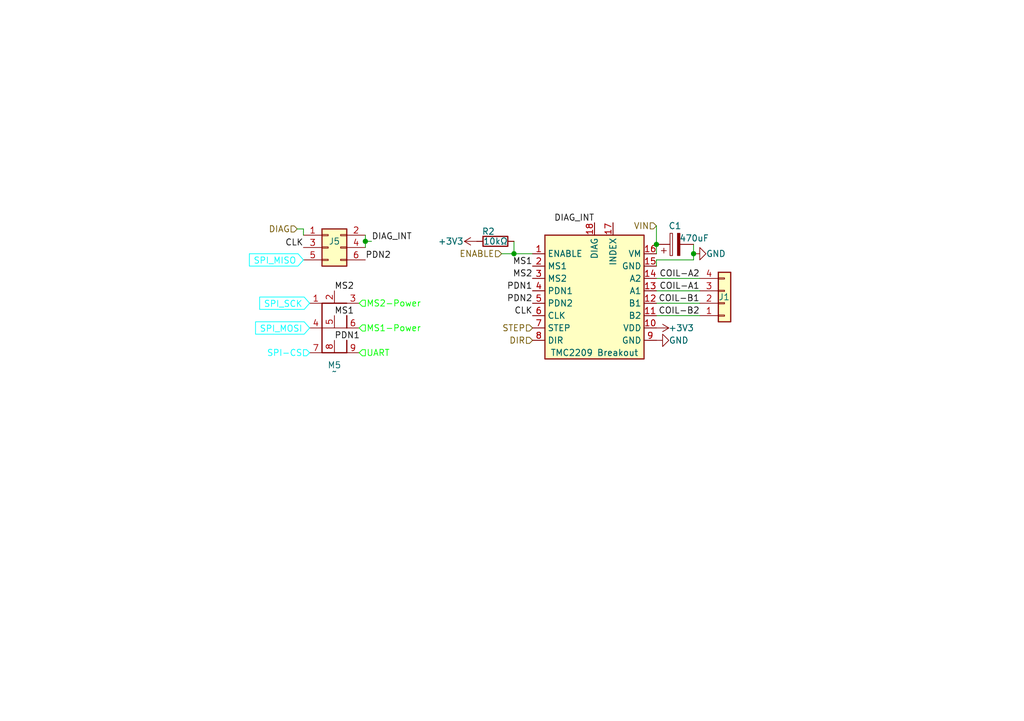
<source format=kicad_sch>
(kicad_sch (version 20250114) (generator "eeschema") (generator_version "9.0")
  (paper "A5")
  (title_block (title "Nyoomies KME V4 (Klipper Motor Expansion)") (date "2024-04-01") (rev "4.3") (company "Pera @ https://transfur.science/f191") (comment 1 "CERN OHL v2 - S") (comment 3 "https://github.com/comradef191/NyoomiesKME"))
  (lib_symbols
    (symbol "Connector_Generic:Conn_01x04" (pin_names (offset 1.016) (hide yes))
      (property "Reference" "J" (at 0 5.08 0))
      (property "Value" "Conn_01x04" (at 0 -7.62 0))
      (symbol "Conn_01x04_1_1"
        (rectangle (start -1.27 3.81) (end 1.27 -6.35) (stroke (width 0.254)) (fill (type background)))
        (rectangle (start -1.27 2.667) (end 0 2.413) (stroke (width 0.1524)))
        (rectangle (start -1.27 0.127) (end 0 -0.127) (stroke (width 0.1524)))
        (rectangle (start -1.27 -2.413) (end 0 -2.667) (stroke (width 0.1524)))
        (rectangle (start -1.27 -4.953) (end 0 -5.207) (stroke (width 0.1524)))
        (pin passive line (at -5.08 2.54 0) (length 3.81) (name "Pin_1") (number "1"))
        (pin passive line (at -5.08 0 0) (length 3.81) (name "Pin_2") (number "2"))
        (pin passive line (at -5.08 -2.54 0) (length 3.81) (name "Pin_3") (number "3"))
        (pin passive line (at -5.08 -5.08 0) (length 3.81) (name "Pin_4") (number "4"))
      )
    )
    (symbol "Connector_Generic:Conn_02x03_Odd_Even" (pin_names (offset 1.016) (hide yes))
      (property "Reference" "J" (at 1.27 5.08 0))
      (property "Value" "Conn_02x03_Odd_Even" (at 1.27 -5.08 0))
      (symbol "Conn_02x03_Odd_Even_1_1"
        (rectangle (start -1.27 3.81) (end 3.81 -3.81) (stroke (width 0.254)) (fill (type background)))
        (rectangle (start -1.27 2.667) (end 0 2.413) (stroke (width 0.1524)))
        (rectangle (start -1.27 0.127) (end 0 -0.127) (stroke (width 0.1524)))
        (rectangle (start -1.27 -2.413) (end 0 -2.667) (stroke (width 0.1524)))
        (rectangle (start 3.81 2.667) (end 2.54 2.413) (stroke (width 0.1524)))
        (rectangle (start 3.81 0.127) (end 2.54 -0.127) (stroke (width 0.1524)))
        (rectangle (start 3.81 -2.413) (end 2.54 -2.667) (stroke (width 0.1524)))
        (pin passive line (at -5.08 2.54 0) (length 3.81) (name "Pin_1") (number "1"))
        (pin passive line (at -5.08 0 0) (length 3.81) (name "Pin_3") (number "3"))
        (pin passive line (at -5.08 -2.54 0) (length 3.81) (name "Pin_5") (number "5"))
        (pin passive line (at 7.62 2.54 180) (length 3.81) (name "Pin_2") (number "2"))
        (pin passive line (at 7.62 0 180) (length 3.81) (name "Pin_4") (number "4"))
        (pin passive line (at 7.62 -2.54 180) (length 3.81) (name "Pin_6") (number "6"))
      )
    )
    (symbol "CustomSymbols:3x9_Pin_Connector"
      (property "Reference" "M" (at 0 0 0))
      (symbol "3x9_Pin_Connector_0_1"
        (polyline (pts (xy -2.54 6.35) (xy 2.54 6.35)))
      )
      (symbol "3x9_Pin_Connector_1_1"
        (polyline (pts (xy 2.54 6.35) (xy 2.54 8.89)) (stroke (width 0.254)))
        (polyline (pts (xy 2.54 1.27) (xy 2.54 3.81)) (stroke (width 0.254)))
        (polyline (pts (xy 2.54 1.27) (xy -2.54 1.27) (xy -2.54 11.43) (xy 2.54 11.43)) (stroke (width 0.254)))
        (pin bidirectional line (at -5.08 11.43 0) (length 2.54) (name "") (number "1"))
        (pin bidirectional line (at -5.08 6.35 0) (length 2.54) (name "") (number "4"))
        (pin bidirectional line (at -5.08 1.27 0) (length 2.54) (name "") (number "7"))
        (pin bidirectional line (at 0 13.97 270) (length 2.54) (name "") (number "2"))
        (pin bidirectional line (at 0 8.89 270) (length 2.54) (name "") (number "5"))
        (pin bidirectional line (at 0 3.81 270) (length 2.54) (name "") (number "8"))
        (pin bidirectional line (at 5.08 11.43 180) (length 2.54) (name "") (number "3"))
        (pin bidirectional line (at 5.08 6.35 180) (length 2.54) (name "") (number "6"))
        (pin bidirectional line (at 5.08 1.27 180) (length 2.54) (name "") (number "9"))
      )
    )
    (symbol "CustomSymbols:TMC2209 StepStick Breakout"
      (property "Reference" "M" (at 1.27 -3.81 0))
      (property "Value" "TMC2209 Breakout" (at 11.43 -7.62 0))
      (symbol "TMC2209 StepStick Breakout_0_1"
        (rectangle (start -7.62 16.51) (end 12.7 -8.89) (stroke (width 0.254)) (fill (type background)))
      )
      (symbol "TMC2209 StepStick Breakout_1_1"
        (pin input line (at -10.16 12.7 0) (length 2.54) (name "ENABLE") (number "1"))
        (pin input line (at -10.16 10.16 0) (length 2.54) (name "MS1") (number "2"))
        (pin input line (at -10.16 7.62 0) (length 2.54) (name "MS2") (number "3"))
        (pin output line (at -10.16 5.08 0) (length 2.54) (name "PDN1") (number "4"))
        (pin output line (at -10.16 2.54 0) (length 2.54) (name "PDN2") (number "5"))
        (pin input line (at -10.16 0 0) (length 2.54) (name "CLK") (number "6"))
        (pin input line (at -10.16 -2.54 0) (length 2.54) (name "STEP") (number "7"))
        (pin input line (at -10.16 -5.08 0) (length 2.54) (name "DIR") (number "8"))
        (pin output line (at 2.54 19.05 270) (length 2.54) (name "DIAG") (number "18"))
        (pin input line (at 6.35 19.05 270) (length 2.54) (name "INDEX") (number "17"))
        (pin input line (at 15.24 12.7 180) (length 2.54) (name "VM") (number "16"))
        (pin input line (at 15.24 10.16 180) (length 2.54) (name "GND") (number "15"))
        (pin output line (at 15.24 7.62 180) (length 2.54) (name "A2") (number "14"))
        (pin output line (at 15.24 5.08 180) (length 2.54) (name "A1") (number "13"))
        (pin output line (at 15.24 2.54 180) (length 2.54) (name "B1") (number "12"))
        (pin output line (at 15.24 0 180) (length 2.54) (name "B2") (number "11"))
        (pin input line (at 15.24 -2.54 180) (length 2.54) (name "VDD") (number "10"))
        (pin input line (at 15.24 -5.08 180) (length 2.54) (name "GND") (number "9"))
      )
    )
    (symbol "Device:C_Polarized" (pin_numbers (hide yes)) (pin_names (offset 0.254))
      (property "Reference" "C" (at 0.635 2.54 0))
      (property "Value" "C_Polarized" (at 0.635 -2.54 0))
      (symbol "C_Polarized_0_1"
        (rectangle (start -2.286 0.508) (end 2.286 1.016))
        (polyline (pts (xy -1.778 2.286) (xy -0.762 2.286)))
        (polyline (pts (xy -1.27 2.794) (xy -1.27 1.778)))
        (rectangle (start 2.286 -0.508) (end -2.286 -1.016) (fill (type outline)))
      )
      (symbol "C_Polarized_1_1"
        (pin passive line (at 0 3.81 270) (length 2.794) (name "~") (number "1"))
        (pin passive line (at 0 -3.81 90) (length 2.794) (name "~") (number "2"))
      )
    )
    (symbol "Device:R" (pin_numbers (hide yes)) (pin_names (offset 0))
      (property "Reference" "R" (at 2.032 0 90))
      (property "Value" "R" (at 0 0 90))
      (symbol "R_0_1"
        (rectangle (start -1.016 -2.54) (end 1.016 2.54) (stroke (width 0.254)))
      )
      (symbol "R_1_1"
        (pin passive line (at 0 3.81 270) (length 1.27) (name "~") (number "1"))
        (pin passive line (at 0 -3.81 90) (length 1.27) (name "~") (number "2"))
      )
    )
    (symbol "power:+3V3" (power) (pin_names (offset 0))
      (property "Value" "+3V3" (at 0 3.556 0))
      (symbol "+3V3_0_1"
        (polyline (pts (xy -0.762 1.27) (xy 0 2.54)))
        (polyline (pts (xy 0 2.54) (xy 0.762 1.27)))
        (polyline (pts (xy 0 0) (xy 0 2.54)))
      )
      (symbol "+3V3_1_1"
        (pin power_in line (at 0 0 90) (length 0) (hide yes) (name "+3V3") (number "1"))
      )
    )
    (symbol "power:GND" (power) (pin_names (offset 0))
      (property "Value" "GND" (at 0 -3.81 0))
      (symbol "GND_0_1"
        (polyline (pts (xy 0 0) (xy 0 -1.27) (xy 1.27 -1.27) (xy 0 -2.54) (xy -1.27 -1.27) (xy 0 -1.27)))
      )
      (symbol "GND_1_1"
        (pin power_in line (at 0 0 270) (length 0) (hide yes) (name "GND") (number "1"))
      )
    )
  )
  (junction (at 74.93 49.53))
  (junction (at 134.62 50.165))
  (junction (at 105.41 52.07))
  (junction (at 142.24 52.07))
  (wire (pts (xy 142.24 52.07) (xy 142.24 53.34)))
  (wire (pts (xy 134.62 62.23) (xy 143.51 62.23)))
  (wire (pts (xy 74.93 48.26) (xy 74.93 49.53)))
  (wire (pts (xy 105.41 52.07) (xy 109.22 52.07)))
  (wire (pts (xy 74.93 49.53) (xy 74.93 50.8)))
  (wire (pts (xy 142.24 53.34) (xy 134.62 53.34)))
  (wire (pts (xy 142.24 50.165) (xy 142.24 52.07)))
  (wire (pts (xy 134.62 50.165) (xy 134.62 52.07)))
  (wire (pts (xy 134.62 46.355) (xy 134.62 50.165)))
  (wire (pts (xy 105.41 49.53) (xy 105.41 52.07)))
  (wire (pts (xy 76.2 49.53) (xy 74.93 49.53)))
  (wire (pts (xy 134.62 59.69) (xy 143.51 59.69)))
  (wire (pts (xy 134.62 57.15) (xy 143.51 57.15)))
  (wire (pts (xy 134.62 64.77) (xy 143.51 64.77)))
  (wire (pts (xy 60.96 46.99) (xy 62.23 46.99)))
  (wire (pts (xy 134.62 53.34) (xy 134.62 54.61)))
  (wire (pts (xy 62.23 46.99) (xy 62.23 48.26)))
  (wire (pts (xy 102.87 52.07) (xy 105.41 52.07)))
  (label "MS2" (at 109.22 57.15 180))
  (label "PDN1" (at 109.22 59.69 180))
  (label "COIL-B1" (at 143.51 62.23 180))
  (label "PDN2" (at 74.93 53.34 0))
  (label "COIL-A2" (at 143.51 57.15 180))
  (label "MS1" (at 68.58 64.77 0))
  (label "PDN1" (at 68.58 69.85 0))
  (label "MS2" (at 68.58 59.69 0))
  (label "COIL-A1" (at 143.51 59.69 180))
  (label "MS1" (at 109.22 54.61 180))
  (label "DIAG_INT" (at 76.2 49.53 0))
  (label "CLK" (at 62.23 50.8 180))
  (label "COIL-B2" (at 143.51 64.77 180))
  (label "DIAG_INT" (at 121.92 45.72 180))
  (label "PDN2" (at 109.22 62.23 180))
  (label "CLK" (at 109.22 64.77 180))
  (global_label "SPI_SCK" (shape input) (at 63.5 62.23 180) (property "Intersheetrefs" "${INTERSHEET_REFS}" (effects (hide yes))))
  (global_label "SPI_MOSI" (shape input) (at 63.5 67.31 180) (property "Intersheetrefs" "${INTERSHEET_REFS}" (effects (hide yes))))
  (global_label "SPI_MISO" (shape input) (at 62.23 53.34 180) (property "Intersheetrefs" "${INTERSHEET_REFS}" (effects (hide yes))))
  (hierarchical_label "VIN" (shape input) (at 134.62 46.355 180))
  (hierarchical_label "MS1-Power" (shape input) (at 73.66 67.31 0))
  (hierarchical_label "DIR" (shape input) (at 109.22 69.85 180))
  (hierarchical_label "ENABLE" (shape input) (at 102.87 52.07 180))
  (hierarchical_label "STEP" (shape input) (at 109.22 67.31 180))
  (hierarchical_label "MS2-Power" (shape input) (at 73.66 62.23 0))
  (hierarchical_label "DIAG" (shape input) (at 60.96 46.99 180))
  (hierarchical_label "UART" (shape input) (at 73.66 72.39 0))
  (hierarchical_label "SPI-CS" (shape input) (at 63.5 72.39 180))
  (symbol (lib_id "Connector_Generic:Conn_02x03_Odd_Even") (at 67.31 50.8 0) (unit 1)
    (property "Reference" "J5" (at 68.58 49.53 0))
    (property "Value" "Conn_02x03_Odd_Even" (effects (hide yes)))
    (property "Footprint" "Connector_PinHeader_2.54mm:PinHeader_2x03_P2.54mm_Vertical" (effects (hide yes)))
    (property "Description" "Generic connector, double row, 02x03, odd/even pin numbering scheme (row 1 odd numbers, row 2 even numbers), script generated (kicad-library-utils/schlib/autogen/connector/)" (effects (hide yes)))
    (instances (project "NyoomiesKME" (path "" (reference "J5") (unit 1)) (path "" (reference "J10") (unit 1)) (path "" (reference "J7") (unit 1)) (path "" (reference "J9") (unit 1))))
  )
  (symbol (lib_id "Connector_Generic:Conn_01x04") (at 148.59 62.23 0) (mirror x) (unit 1)
    (property "Reference" "J1" (at 147.32 60.96 0) (effects (justify left)))
    (property "Value" "Conn_01x04" (effects (hide yes)))
    (property "Footprint" "CustomFootprints:Combo JST-XH & MF3 01x04" (effects (hide yes)))
    (instances (project "NyoomiesKME" (path "" (reference "J1") (unit 1)) (path "" (reference "J4") (unit 1)) (path "" (reference "J2") (unit 1)) (path "" (reference "J3") (unit 1))))
  )
  (symbol (lib_id "Device:R") (at 101.6 49.53 270) (unit 1)
    (property "Reference" "R2" (at 98.806 47.498 90) (effects (justify left)))
    (property "Value" "10kΩ" (at 99.06 49.53 90) (effects (justify left)))
    (property "Footprint" "Resistor_THT:R_Axial_DIN0207_L6.3mm_D2.5mm_P10.16mm_Horizontal" (effects (hide yes)))
    (instances (project "NyoomiesKME" (path "" (reference "R2") (unit 1)) (path "" (reference "R5") (unit 1)) (path "" (reference "R3") (unit 1)) (path "" (reference "R4") (unit 1))) (project "NyoomiesXL" (path "" (reference "R9") (unit 1)) (path "" (reference "R13") (unit 1)) (path "" (reference "R18") (unit 1)) (path "" (reference "R12") (unit 1)) (path "" (reference "R8") (unit 1)) (path "" (reference "R14") (unit 1)) (path "" (reference "R5") (unit 1)) (path "" (reference "R6") (unit 1)) (path "" (reference "R11") (unit 1)) (path "" (reference "R19") (unit 1)) (path "" (reference "R7") (unit 1)) (path "" (reference "R10") (unit 1)) (path "" (reference "R16") (unit 1)) (path "" (reference "R17") (unit 1)) (path "" (reference "R15") (unit 1))))
  )
  (symbol (lib_id "power:GND") (at 134.62 69.85 90) (unit 1)
    (property "Reference" "#PWR050" (effects (hide yes)))
    (property "Value" "GND" (at 139.192 69.85 90))
    (instances (project "NyoomiesKME" (path "" (reference "#PWR050") (unit 1)) (path "" (reference "#PWR018") (unit 1)) (path "" (reference "#PWR010") (unit 1)) (path "" (reference "#PWR056") (unit 1))) (project "NyoomiesXL" (path "" (reference "#PWR021") (unit 1)) (path "" (reference "#PWR049") (unit 1)) (path "" (reference "#PWR079") (unit 1)) (path "" (reference "#PWR098") (unit 1)) (path "" (reference "#PWR064") (unit 1)) (path "" (reference "#PWR023") (unit 1)) (path "" (reference "#PWR084") (unit 1)) (path "" (reference "#PWR012") (unit 1)) (path "" (reference "#PWR010") (unit 1)) (path "" (reference "#PWR059") (unit 1)) (path "" (reference "#PWR0103") (unit 1)) (path "" (reference "#PWR018") (unit 1)) (path "" (reference "#PWR054") (unit 1)) (path "" (reference "#PWR094") (unit 1)) (path "" (reference "#PWR068") (unit 1)) (path "" (reference "#PWR089") (unit 1))) (project "PearBoard" (path "" (reference "#PWR011") (unit 1))) (project "PearBoard" (path "" (reference "#PWR030") (unit 1))) (project "CursedPiBoard" (path "" (reference "#PWR09") (unit 1))) (project "RP2040_minimal" (path "" (reference "#PWR011") (unit 1))))
  )
  (symbol (lib_id "power:GND") (at 142.24 52.07 90) (unit 1)
    (property "Reference" "#PWR051" (effects (hide yes)))
    (property "Value" "GND" (at 144.78 52.07 90) (effects (justify right)))
    (instances (project "NyoomiesKME" (path "" (reference "#PWR051") (unit 1)) (path "" (reference "#PWR032") (unit 1)) (path "" (reference "#PWR014") (unit 1)) (path "" (reference "#PWR057") (unit 1))) (project "NyoomiesXL" (path "" (reference "#PWR022") (unit 1)) (path "" (reference "#PWR051") (unit 1)) (path "" (reference "#PWR081") (unit 1)) (path "" (reference "#PWR0100") (unit 1)) (path "" (reference "#PWR066") (unit 1)) (path "" (reference "#PWR025") (unit 1)) (path "" (reference "#PWR086") (unit 1)) (path "" (reference "#PWR013") (unit 1)) (path "" (reference "#PWR015") (unit 1)) (path "" (reference "#PWR061") (unit 1)) (path "" (reference "#PWR0105") (unit 1)) (path "" (reference "#PWR020") (unit 1)) (path "" (reference "#PWR056") (unit 1)) (path "" (reference "#PWR096") (unit 1)) (path "" (reference "#PWR072") (unit 1)) (path "" (reference "#PWR091") (unit 1))))
  )
  (symbol (lib_id "Device:C_Polarized") (at 138.43 50.165 90) (unit 1)
    (property "Reference" "C1" (at 138.43 46.355 90))
    (property "Value" "470uF" (at 145.415 48.895 90) (effects (justify left)))
    (property "Footprint" "CustomFootprints:Cap ~ 12.5, 2.5mm-7.5mm pitch" (effects (hide yes)))
    (instances (project "NyoomiesKME" (path "" (reference "C1") (unit 1)) (path "" (reference "C4") (unit 1)) (path "" (reference "C2") (unit 1)) (path "" (reference "C3") (unit 1))) (project "NyoomiesXL" (path "" (reference "C3") (unit 1)) (path "" (reference "C5") (unit 1)) (path "" (reference "C9") (unit 1)) (path "" (reference "C14") (unit 1)) (path "" (reference "C8") (unit 1)) (path "" (reference "C4") (unit 1)) (path "" (reference "C10") (unit 1)) (path "" (reference "C1") (unit 1)) (path "" (reference "C2") (unit 1)) (path "" (reference "C7") (unit 1)) (path "" (reference "C15") (unit 1)) (path "" (reference "C3") (unit 1)) (path "" (reference "C6") (unit 1)) (path "" (reference "C12") (unit 1)) (path "" (reference "C13") (unit 1)) (path "" (reference "C11") (unit 1))))
  )
  (symbol (lib_id "CustomSymbols:TMC2209 StepStick Breakout") (at 119.38 64.77 0) (unit 1)
    (property "Reference" "M1" (effects (hide yes)))
    (property "Value" "TMC2209 Breakout" (at 121.92 72.39 0))
    (property "Footprint" "CustomFootprints:TMC2209 Footprint" (effects (hide yes)))
    (instances (project "NyoomiesKME" (path "" (reference "M1") (unit 1)) (path "" (reference "M4") (unit 1)) (path "" (reference "M2") (unit 1)) (path "" (reference "M3") (unit 1))) (project "NyoomiesXL" (path "" (reference "M5") (unit 1)) (path "" (reference "M9") (unit 1)) (path "" (reference "M14") (unit 1)) (path "" (reference "M8") (unit 1)) (path "" (reference "M4") (unit 1)) (path "" (reference "M10") (unit 1)) (path "" (reference "M1") (unit 1)) (path "" (reference "M2") (unit 1)) (path "" (reference "M7") (unit 1)) (path "" (reference "M15") (unit 1)) (path "" (reference "M3") (unit 1)) (path "" (reference "M6") (unit 1)) (path "" (reference "M12") (unit 1)) (path "" (reference "M13") (unit 1)) (path "" (reference "M11") (unit 1))))
  )
  (symbol (lib_id "power:+3V3") (at 97.79 49.53 90) (unit 1)
    (property "Reference" "#PWR06" (effects (hide yes)))
    (property "Value" "+3V3" (at 92.456 49.53 90))
    (instances (project "NyoomiesKME" (path "" (reference "#PWR06") (unit 1)) (path "" (reference "#PWR024") (unit 1)) (path "" (reference "#PWR07") (unit 1)) (path "" (reference "#PWR023") (unit 1))))
  )
  (symbol (lib_id "CustomSymbols:3x9_Pin_Connector") (at 68.58 73.66 0) (unit 1)
    (property "Reference" "M5" (at 68.58 74.93 0))
    (property "Value" "~" (at 68.58 76.2 0))
    (property "Footprint" "CustomFootprints:PinHeader 3x03 P2.54mm" (effects (hide yes)))
    (instances (project "NyoomiesKME" (path "" (reference "M5") (unit 1)) (path "" (reference "M8") (unit 1)) (path "" (reference "M6") (unit 1)) (path "" (reference "M7") (unit 1))))
  )
  (symbol (lib_id "power:+3V3") (at 134.62 67.31 270) (unit 1)
    (property "Reference" "#PWR048" (effects (hide yes)))
    (property "Value" "+3V3" (at 139.7 67.31 90))
    (instances (project "NyoomiesKME" (path "" (reference "#PWR048") (unit 1)) (path "" (reference "#PWR011") (unit 1)) (path "" (reference "#PWR09") (unit 1)) (path "" (reference "#PWR055") (unit 1))) (project "NyoomiesXL" (path "" (reference "#PWR020") (unit 1)) (path "" (reference "#PWR050") (unit 1)) (path "" (reference "#PWR080") (unit 1)) (path "" (reference "#PWR099") (unit 1)) (path "" (reference "#PWR065") (unit 1)) (path "" (reference "#PWR024") (unit 1)) (path "" (reference "#PWR085") (unit 1)) (path "" (reference "#PWR011") (unit 1)) (path "" (reference "#PWR014") (unit 1)) (path "" (reference "#PWR060") (unit 1)) (path "" (reference "#PWR0104") (unit 1)) (path "" (reference "#PWR019") (unit 1)) (path "" (reference "#PWR055") (unit 1)) (path "" (reference "#PWR095") (unit 1)) (path "" (reference "#PWR071") (unit 1)) (path "" (reference "#PWR090") (unit 1))) (project "CursedPiBoard" (path "" (reference "#PWR08") (unit 1))))
  )
)
</source>
